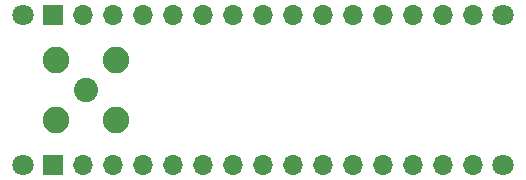
<source format=gbs>
%TF.GenerationSoftware,KiCad,Pcbnew,(5.99.0-8408-g2f86419c55)*%
%TF.CreationDate,2021-01-19T22:19:37+01:00*%
%TF.ProjectId,ax5243-test-board,61783532-3433-42d7-9465-73742d626f61,rev?*%
%TF.SameCoordinates,PX8954400PY4e33880*%
%TF.FileFunction,Soldermask,Bot*%
%TF.FilePolarity,Negative*%
%FSLAX46Y46*%
G04 Gerber Fmt 4.6, Leading zero omitted, Abs format (unit mm)*
G04 Created by KiCad (PCBNEW (5.99.0-8408-g2f86419c55)) date 2021-01-19 22:19:37*
%MOMM*%
%LPD*%
G01*
G04 APERTURE LIST*
%ADD10C,1.800000*%
%ADD11C,2.050000*%
%ADD12C,2.250000*%
%ADD13R,1.700000X1.700000*%
%ADD14O,1.700000X1.700000*%
G04 APERTURE END LIST*
D10*
%TO.C,H1*%
X-20320000Y6350000D03*
%TD*%
D11*
%TO.C,J1*%
X-15000000Y0D03*
D12*
X-12460000Y2540000D03*
X-17540000Y2540000D03*
X-12460000Y-2540000D03*
X-17540000Y-2540000D03*
%TD*%
D10*
%TO.C,H2*%
X20320000Y6350000D03*
%TD*%
%TO.C,H4*%
X20320000Y-6350000D03*
%TD*%
%TO.C,H3*%
X-20320000Y-6350000D03*
%TD*%
D13*
%TO.C,J2*%
X-17780000Y6350000D03*
D14*
X-15240000Y6350000D03*
X-12700000Y6350000D03*
X-10160000Y6350000D03*
X-7620000Y6350000D03*
X-5080000Y6350000D03*
X-2540000Y6350000D03*
X0Y6350000D03*
X2540000Y6350000D03*
X5080000Y6350000D03*
X7620000Y6350000D03*
X10160000Y6350000D03*
X12700000Y6350000D03*
X15240000Y6350000D03*
X17780000Y6350000D03*
%TD*%
D13*
%TO.C,J3*%
X-17780000Y-6350000D03*
D14*
X-15240000Y-6350000D03*
X-12700000Y-6350000D03*
X-10160000Y-6350000D03*
X-7620000Y-6350000D03*
X-5080000Y-6350000D03*
X-2540000Y-6350000D03*
X0Y-6350000D03*
X2540000Y-6350000D03*
X5080000Y-6350000D03*
X7620000Y-6350000D03*
X10160000Y-6350000D03*
X12700000Y-6350000D03*
X15240000Y-6350000D03*
X17780000Y-6350000D03*
%TD*%
M02*

</source>
